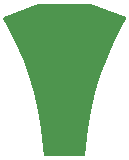
<source format=gbl>
G04*
G04 #@! TF.GenerationSoftware,Altium Limited,Altium Designer,20.0.10 (225)*
G04*
G04 Layer_Physical_Order=2*
G04 Layer_Color=16711680*
%FSLAX25Y25*%
%MOIN*%
G70*
G01*
G75*
G04:AMPARAMS|DCode=10|XSize=78.74mil|YSize=236.22mil|CornerRadius=0mil|HoleSize=0mil|Usage=FLASHONLY|Rotation=21.000|XOffset=0mil|YOffset=0mil|HoleType=Round|Shape=Rectangle|*
%AMROTATEDRECTD10*
4,1,4,0.00557,-0.12437,-0.07908,0.09616,-0.00557,0.12437,0.07908,-0.09616,0.00557,-0.12437,0.0*
%
%ADD10ROTATEDRECTD10*%

G04:AMPARAMS|DCode=11|XSize=78.74mil|YSize=236.22mil|CornerRadius=0mil|HoleSize=0mil|Usage=FLASHONLY|Rotation=339.000|XOffset=0mil|YOffset=0mil|HoleType=Round|Shape=Rectangle|*
%AMROTATEDRECTD11*
4,1,4,-0.07908,-0.09616,0.00557,0.12437,0.07908,0.09616,-0.00557,-0.12437,-0.07908,-0.09616,0.0*
%
%ADD11ROTATEDRECTD11*%

%ADD12R,0.07874X0.23622*%
G36*
X178150Y130905D02*
X187008D01*
X198590Y126459D01*
X198758Y125989D01*
X197443Y123682D01*
X194676Y118271D01*
X192241Y112703D01*
X190148Y106997D01*
X188404Y101175D01*
X187015Y95259D01*
X185987Y89269D01*
X185323Y83228D01*
X185128Y80195D01*
X185128Y80195D01*
X185128Y80195D01*
X171349Y80195D01*
X171154Y83228D01*
X170490Y89269D01*
X169462Y95259D01*
X168073Y101175D01*
X166329Y106997D01*
X164236Y112703D01*
X161801Y118271D01*
X159034Y123682D01*
X157733Y125963D01*
X157948Y126581D01*
X169214Y130905D01*
X178072D01*
X178150Y130905D01*
D02*
G37*
D10*
X167520Y117028D02*
D03*
D11*
X188976Y117126D02*
D03*
D12*
X178150Y92126D02*
D03*
Y119095D02*
D03*
M02*

</source>
